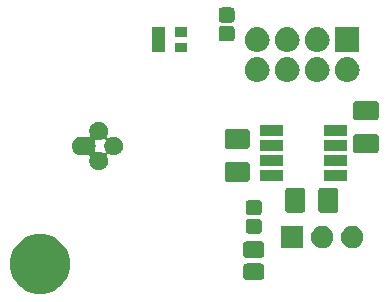
<source format=gbr>
G04 #@! TF.GenerationSoftware,KiCad,Pcbnew,(6.0.0-rc1-dev-1561-g9cac0a38c)*
G04 #@! TF.CreationDate,2019-02-19T10:43:41+01:00
G04 #@! TF.ProjectId,reference_board,72656665-7265-46e6-9365-5f626f617264,v3.1.0*
G04 #@! TF.SameCoordinates,Original*
G04 #@! TF.FileFunction,Soldermask,Top*
G04 #@! TF.FilePolarity,Negative*
%FSLAX46Y46*%
G04 Gerber Fmt 4.6, Leading zero omitted, Abs format (unit mm)*
G04 Created by KiCad (PCBNEW (6.0.0-rc1-dev-1561-g9cac0a38c)) date 2019-02-19T10:43:41 CET*
%MOMM*%
%LPD*%
G04 APERTURE LIST*
%ADD10C,0.100000*%
G04 APERTURE END LIST*
D10*
G36*
X153743807Y-102547995D02*
G01*
X154207877Y-102740219D01*
X154625533Y-103019288D01*
X154980712Y-103374467D01*
X155259781Y-103792123D01*
X155452005Y-104256193D01*
X155550000Y-104748846D01*
X155550000Y-105251154D01*
X155452005Y-105743807D01*
X155259781Y-106207877D01*
X154980712Y-106625533D01*
X154625533Y-106980712D01*
X154207877Y-107259781D01*
X153743807Y-107452005D01*
X153251154Y-107550000D01*
X152748846Y-107550000D01*
X152256193Y-107452005D01*
X151792123Y-107259781D01*
X151374467Y-106980712D01*
X151019288Y-106625533D01*
X150740219Y-106207877D01*
X150547995Y-105743807D01*
X150450000Y-105251154D01*
X150450000Y-104748846D01*
X150547995Y-104256193D01*
X150740219Y-103792123D01*
X151019288Y-103374467D01*
X151374467Y-103019288D01*
X151792123Y-102740219D01*
X152256193Y-102547995D01*
X152748846Y-102450000D01*
X153251154Y-102450000D01*
X153743807Y-102547995D01*
X153743807Y-102547995D01*
G37*
G36*
X171773497Y-104955997D02*
G01*
X171826153Y-104971970D01*
X171874665Y-104997900D01*
X171917196Y-105032804D01*
X171952100Y-105075335D01*
X171978030Y-105123847D01*
X171994003Y-105176503D01*
X172000000Y-105237390D01*
X172000000Y-106037610D01*
X171994003Y-106098497D01*
X171978030Y-106151153D01*
X171952100Y-106199665D01*
X171917196Y-106242196D01*
X171874665Y-106277100D01*
X171826153Y-106303030D01*
X171773497Y-106319003D01*
X171712610Y-106325000D01*
X170487390Y-106325000D01*
X170426503Y-106319003D01*
X170373847Y-106303030D01*
X170325335Y-106277100D01*
X170282804Y-106242196D01*
X170247900Y-106199665D01*
X170221970Y-106151153D01*
X170205997Y-106098497D01*
X170200000Y-106037610D01*
X170200000Y-105237390D01*
X170205997Y-105176503D01*
X170221970Y-105123847D01*
X170247900Y-105075335D01*
X170282804Y-105032804D01*
X170325335Y-104997900D01*
X170373847Y-104971970D01*
X170426503Y-104955997D01*
X170487390Y-104950000D01*
X171712610Y-104950000D01*
X171773497Y-104955997D01*
X171773497Y-104955997D01*
G37*
G36*
X171773497Y-103080997D02*
G01*
X171826153Y-103096970D01*
X171874665Y-103122900D01*
X171917196Y-103157804D01*
X171952100Y-103200335D01*
X171978030Y-103248847D01*
X171994003Y-103301503D01*
X172000000Y-103362390D01*
X172000000Y-104162610D01*
X171994003Y-104223497D01*
X171978030Y-104276153D01*
X171952100Y-104324665D01*
X171917196Y-104367196D01*
X171874665Y-104402100D01*
X171826153Y-104428030D01*
X171773497Y-104444003D01*
X171712610Y-104450000D01*
X170487390Y-104450000D01*
X170426503Y-104444003D01*
X170373847Y-104428030D01*
X170325335Y-104402100D01*
X170282804Y-104367196D01*
X170247900Y-104324665D01*
X170221970Y-104276153D01*
X170205997Y-104223497D01*
X170200000Y-104162610D01*
X170200000Y-103362390D01*
X170205997Y-103301503D01*
X170221970Y-103248847D01*
X170247900Y-103200335D01*
X170282804Y-103157804D01*
X170325335Y-103122900D01*
X170373847Y-103096970D01*
X170426503Y-103080997D01*
X170487390Y-103075000D01*
X171712610Y-103075000D01*
X171773497Y-103080997D01*
X171773497Y-103080997D01*
G37*
G36*
X175310000Y-103650000D02*
G01*
X173410000Y-103650000D01*
X173410000Y-101750000D01*
X175310000Y-101750000D01*
X175310000Y-103650000D01*
X175310000Y-103650000D01*
G37*
G36*
X177039451Y-101759127D02*
G01*
X177177105Y-101786508D01*
X177349994Y-101858121D01*
X177505590Y-101962087D01*
X177637913Y-102094410D01*
X177741879Y-102250006D01*
X177813492Y-102422895D01*
X177850000Y-102606433D01*
X177850000Y-102793567D01*
X177813492Y-102977105D01*
X177741879Y-103149994D01*
X177637913Y-103305590D01*
X177505590Y-103437913D01*
X177349994Y-103541879D01*
X177177105Y-103613492D01*
X177039451Y-103640873D01*
X176993568Y-103650000D01*
X176806432Y-103650000D01*
X176760548Y-103640873D01*
X176622895Y-103613492D01*
X176450006Y-103541879D01*
X176294410Y-103437913D01*
X176162087Y-103305590D01*
X176058121Y-103149994D01*
X175986508Y-102977105D01*
X175950000Y-102793567D01*
X175950000Y-102606433D01*
X175986508Y-102422895D01*
X176058121Y-102250006D01*
X176162087Y-102094410D01*
X176294410Y-101962087D01*
X176450006Y-101858121D01*
X176622895Y-101786508D01*
X176760549Y-101759127D01*
X176806432Y-101750000D01*
X176993568Y-101750000D01*
X177039451Y-101759127D01*
X177039451Y-101759127D01*
G37*
G36*
X179579451Y-101759127D02*
G01*
X179717105Y-101786508D01*
X179889994Y-101858121D01*
X180045590Y-101962087D01*
X180177913Y-102094410D01*
X180281879Y-102250006D01*
X180353492Y-102422895D01*
X180390000Y-102606433D01*
X180390000Y-102793567D01*
X180353492Y-102977105D01*
X180281879Y-103149994D01*
X180177913Y-103305590D01*
X180045590Y-103437913D01*
X179889994Y-103541879D01*
X179717105Y-103613492D01*
X179579451Y-103640873D01*
X179533568Y-103650000D01*
X179346432Y-103650000D01*
X179300548Y-103640873D01*
X179162895Y-103613492D01*
X178990006Y-103541879D01*
X178834410Y-103437913D01*
X178702087Y-103305590D01*
X178598121Y-103149994D01*
X178526508Y-102977105D01*
X178490000Y-102793567D01*
X178490000Y-102606433D01*
X178526508Y-102422895D01*
X178598121Y-102250006D01*
X178702087Y-102094410D01*
X178834410Y-101962087D01*
X178990006Y-101858121D01*
X179162895Y-101786508D01*
X179300549Y-101759127D01*
X179346432Y-101750000D01*
X179533568Y-101750000D01*
X179579451Y-101759127D01*
X179579451Y-101759127D01*
G37*
G36*
X171568622Y-101155517D02*
G01*
X171616585Y-101170066D01*
X171660775Y-101193686D01*
X171699518Y-101225482D01*
X171731314Y-101264225D01*
X171754934Y-101308415D01*
X171769483Y-101356378D01*
X171775000Y-101412391D01*
X171775000Y-102162609D01*
X171769483Y-102218622D01*
X171754934Y-102266585D01*
X171731314Y-102310775D01*
X171699518Y-102349518D01*
X171660775Y-102381314D01*
X171616585Y-102404934D01*
X171568622Y-102419483D01*
X171512609Y-102425000D01*
X170687391Y-102425000D01*
X170631378Y-102419483D01*
X170583415Y-102404934D01*
X170539225Y-102381314D01*
X170500482Y-102349518D01*
X170468686Y-102310775D01*
X170445066Y-102266585D01*
X170430517Y-102218622D01*
X170425000Y-102162609D01*
X170425000Y-101412391D01*
X170430517Y-101356378D01*
X170445066Y-101308415D01*
X170468686Y-101264225D01*
X170500482Y-101225482D01*
X170539225Y-101193686D01*
X170583415Y-101170066D01*
X170631378Y-101155517D01*
X170687391Y-101150000D01*
X171512609Y-101150000D01*
X171568622Y-101155517D01*
X171568622Y-101155517D01*
G37*
G36*
X171568622Y-99580517D02*
G01*
X171616585Y-99595066D01*
X171660775Y-99618686D01*
X171699518Y-99650482D01*
X171731314Y-99689225D01*
X171754934Y-99733415D01*
X171769483Y-99781378D01*
X171775000Y-99837391D01*
X171775000Y-100587609D01*
X171769483Y-100643622D01*
X171754934Y-100691585D01*
X171731314Y-100735775D01*
X171699518Y-100774518D01*
X171660775Y-100806314D01*
X171616585Y-100829934D01*
X171568622Y-100844483D01*
X171512609Y-100850000D01*
X170687391Y-100850000D01*
X170631378Y-100844483D01*
X170583415Y-100829934D01*
X170539225Y-100806314D01*
X170500482Y-100774518D01*
X170468686Y-100735775D01*
X170445066Y-100691585D01*
X170430517Y-100643622D01*
X170425000Y-100587609D01*
X170425000Y-99837391D01*
X170430517Y-99781378D01*
X170445066Y-99733415D01*
X170468686Y-99689225D01*
X170500482Y-99650482D01*
X170539225Y-99618686D01*
X170583415Y-99595066D01*
X170631378Y-99580517D01*
X170687391Y-99575000D01*
X171512609Y-99575000D01*
X171568622Y-99580517D01*
X171568622Y-99580517D01*
G37*
G36*
X175219628Y-98530493D02*
G01*
X175267354Y-98544970D01*
X175311336Y-98568479D01*
X175349885Y-98600115D01*
X175381521Y-98638664D01*
X175405030Y-98682646D01*
X175419507Y-98730372D01*
X175425000Y-98786141D01*
X175425000Y-100413859D01*
X175419507Y-100469628D01*
X175405030Y-100517354D01*
X175381521Y-100561336D01*
X175349885Y-100599885D01*
X175311336Y-100631521D01*
X175267354Y-100655030D01*
X175219628Y-100669507D01*
X175163859Y-100675000D01*
X174036141Y-100675000D01*
X173980372Y-100669507D01*
X173932646Y-100655030D01*
X173888664Y-100631521D01*
X173850115Y-100599885D01*
X173818479Y-100561336D01*
X173794970Y-100517354D01*
X173780493Y-100469628D01*
X173775000Y-100413859D01*
X173775000Y-98786141D01*
X173780493Y-98730372D01*
X173794970Y-98682646D01*
X173818479Y-98638664D01*
X173850115Y-98600115D01*
X173888664Y-98568479D01*
X173932646Y-98544970D01*
X173980372Y-98530493D01*
X174036141Y-98525000D01*
X175163859Y-98525000D01*
X175219628Y-98530493D01*
X175219628Y-98530493D01*
G37*
G36*
X178019628Y-98530493D02*
G01*
X178067354Y-98544970D01*
X178111336Y-98568479D01*
X178149885Y-98600115D01*
X178181521Y-98638664D01*
X178205030Y-98682646D01*
X178219507Y-98730372D01*
X178225000Y-98786141D01*
X178225000Y-100413859D01*
X178219507Y-100469628D01*
X178205030Y-100517354D01*
X178181521Y-100561336D01*
X178149885Y-100599885D01*
X178111336Y-100631521D01*
X178067354Y-100655030D01*
X178019628Y-100669507D01*
X177963859Y-100675000D01*
X176836141Y-100675000D01*
X176780372Y-100669507D01*
X176732646Y-100655030D01*
X176688664Y-100631521D01*
X176650115Y-100599885D01*
X176618479Y-100561336D01*
X176594970Y-100517354D01*
X176580493Y-100469628D01*
X176575000Y-100413859D01*
X176575000Y-98786141D01*
X176580493Y-98730372D01*
X176594970Y-98682646D01*
X176618479Y-98638664D01*
X176650115Y-98600115D01*
X176688664Y-98568479D01*
X176732646Y-98544970D01*
X176780372Y-98530493D01*
X176836141Y-98525000D01*
X177963859Y-98525000D01*
X178019628Y-98530493D01*
X178019628Y-98530493D01*
G37*
G36*
X170569628Y-96380493D02*
G01*
X170617354Y-96394970D01*
X170661336Y-96418479D01*
X170699885Y-96450115D01*
X170731521Y-96488664D01*
X170755030Y-96532646D01*
X170769507Y-96580372D01*
X170775000Y-96636141D01*
X170775000Y-97763859D01*
X170769507Y-97819628D01*
X170755030Y-97867354D01*
X170731521Y-97911336D01*
X170699885Y-97949885D01*
X170661336Y-97981521D01*
X170617354Y-98005030D01*
X170569628Y-98019507D01*
X170513859Y-98025000D01*
X168886141Y-98025000D01*
X168830372Y-98019507D01*
X168782646Y-98005030D01*
X168738664Y-97981521D01*
X168700115Y-97949885D01*
X168668479Y-97911336D01*
X168644970Y-97867354D01*
X168630493Y-97819628D01*
X168625000Y-97763859D01*
X168625000Y-96636141D01*
X168630493Y-96580372D01*
X168644970Y-96532646D01*
X168668479Y-96488664D01*
X168700115Y-96450115D01*
X168738664Y-96418479D01*
X168782646Y-96394970D01*
X168830372Y-96380493D01*
X168886141Y-96375000D01*
X170513859Y-96375000D01*
X170569628Y-96380493D01*
X170569628Y-96380493D01*
G37*
G36*
X173575000Y-98005000D02*
G01*
X171625000Y-98005000D01*
X171625000Y-97005000D01*
X173575000Y-97005000D01*
X173575000Y-98005000D01*
X173575000Y-98005000D01*
G37*
G36*
X178975000Y-98005000D02*
G01*
X177025000Y-98005000D01*
X177025000Y-97005000D01*
X178975000Y-97005000D01*
X178975000Y-98005000D01*
X178975000Y-98005000D01*
G37*
G36*
X158203352Y-92960743D02*
G01*
X158348941Y-93021048D01*
X158479973Y-93108601D01*
X158591399Y-93220027D01*
X158678952Y-93351059D01*
X158739257Y-93496648D01*
X158770000Y-93651205D01*
X158770000Y-93808795D01*
X158739257Y-93963352D01*
X158678952Y-94108941D01*
X158661379Y-94135241D01*
X158649828Y-94156851D01*
X158642715Y-94180300D01*
X158640313Y-94204687D01*
X158642715Y-94229073D01*
X158649828Y-94252522D01*
X158661379Y-94274133D01*
X158676924Y-94293075D01*
X158695867Y-94308621D01*
X158717477Y-94320172D01*
X158740926Y-94327285D01*
X158765313Y-94329687D01*
X158789699Y-94327285D01*
X158813148Y-94320172D01*
X158834759Y-94308621D01*
X158861059Y-94291048D01*
X159006648Y-94230743D01*
X159161205Y-94200000D01*
X159318795Y-94200000D01*
X159473352Y-94230743D01*
X159618941Y-94291048D01*
X159749973Y-94378601D01*
X159861399Y-94490027D01*
X159948952Y-94621059D01*
X160009257Y-94766648D01*
X160040000Y-94921205D01*
X160040000Y-95078795D01*
X160009257Y-95233352D01*
X159948952Y-95378941D01*
X159861399Y-95509973D01*
X159749973Y-95621399D01*
X159618941Y-95708952D01*
X159473352Y-95769257D01*
X159318795Y-95800000D01*
X159161205Y-95800000D01*
X159006648Y-95769257D01*
X158861059Y-95708952D01*
X158834759Y-95691379D01*
X158813149Y-95679828D01*
X158789700Y-95672715D01*
X158765313Y-95670313D01*
X158740927Y-95672715D01*
X158717478Y-95679828D01*
X158695867Y-95691379D01*
X158676925Y-95706924D01*
X158661379Y-95725867D01*
X158649828Y-95747477D01*
X158642715Y-95770926D01*
X158640313Y-95795313D01*
X158642715Y-95819699D01*
X158649828Y-95843148D01*
X158661379Y-95864759D01*
X158678952Y-95891059D01*
X158739257Y-96036648D01*
X158770000Y-96191205D01*
X158770000Y-96348795D01*
X158739257Y-96503352D01*
X158678952Y-96648941D01*
X158591399Y-96779973D01*
X158479973Y-96891399D01*
X158348941Y-96978952D01*
X158203352Y-97039257D01*
X158048795Y-97070000D01*
X157891205Y-97070000D01*
X157736648Y-97039257D01*
X157591059Y-96978952D01*
X157460027Y-96891399D01*
X157348601Y-96779973D01*
X157261048Y-96648941D01*
X157200743Y-96503352D01*
X157170000Y-96348795D01*
X157170000Y-96191205D01*
X157200743Y-96036648D01*
X157237879Y-95946994D01*
X157244992Y-95923545D01*
X157247394Y-95899159D01*
X157244992Y-95874773D01*
X157237879Y-95851323D01*
X157226328Y-95829713D01*
X157210782Y-95810771D01*
X157191840Y-95795225D01*
X157170229Y-95783674D01*
X157146780Y-95776561D01*
X157122394Y-95774159D01*
X157086113Y-95779540D01*
X157056827Y-95788424D01*
X156987775Y-95795225D01*
X156939295Y-95800000D01*
X156460705Y-95800000D01*
X156382351Y-95792283D01*
X156343173Y-95788424D01*
X156267773Y-95765552D01*
X156192371Y-95742679D01*
X156053392Y-95668392D01*
X155931578Y-95568422D01*
X155831608Y-95446608D01*
X155757321Y-95307629D01*
X155719067Y-95181521D01*
X155711576Y-95156827D01*
X155696130Y-95000000D01*
X155711576Y-94843173D01*
X155757321Y-94692372D01*
X155757321Y-94692371D01*
X155790913Y-94629525D01*
X157625823Y-94629525D01*
X157628225Y-94653911D01*
X157640583Y-94688449D01*
X157642678Y-94692368D01*
X157642679Y-94692372D01*
X157688424Y-94843173D01*
X157703870Y-95000000D01*
X157688424Y-95156827D01*
X157680933Y-95181521D01*
X157642678Y-95307632D01*
X157640583Y-95311551D01*
X157631205Y-95334190D01*
X157626425Y-95358223D01*
X157626425Y-95382728D01*
X157631206Y-95406761D01*
X157640583Y-95429400D01*
X157654197Y-95449775D01*
X157671524Y-95467102D01*
X157691899Y-95480715D01*
X157714538Y-95490093D01*
X157738571Y-95494873D01*
X157775209Y-95493073D01*
X157891205Y-95470000D01*
X158048795Y-95470000D01*
X158203352Y-95500743D01*
X158348941Y-95561048D01*
X158375241Y-95578621D01*
X158396851Y-95590172D01*
X158420300Y-95597285D01*
X158444687Y-95599687D01*
X158469073Y-95597285D01*
X158492522Y-95590172D01*
X158514133Y-95578621D01*
X158533075Y-95563076D01*
X158548621Y-95544133D01*
X158560172Y-95522523D01*
X158567285Y-95499074D01*
X158569687Y-95474687D01*
X158567285Y-95450301D01*
X158560172Y-95426852D01*
X158548621Y-95405241D01*
X158531048Y-95378941D01*
X158470743Y-95233352D01*
X158440000Y-95078795D01*
X158440000Y-94921205D01*
X158470743Y-94766648D01*
X158531048Y-94621059D01*
X158548621Y-94594759D01*
X158560172Y-94573149D01*
X158567285Y-94549700D01*
X158569687Y-94525313D01*
X158567285Y-94500927D01*
X158560172Y-94477478D01*
X158548621Y-94455867D01*
X158533076Y-94436925D01*
X158514133Y-94421379D01*
X158492523Y-94409828D01*
X158469074Y-94402715D01*
X158444687Y-94400313D01*
X158420301Y-94402715D01*
X158396852Y-94409828D01*
X158375241Y-94421379D01*
X158348941Y-94438952D01*
X158203352Y-94499257D01*
X158048795Y-94530000D01*
X157891205Y-94530000D01*
X157775209Y-94506927D01*
X157750823Y-94504525D01*
X157726437Y-94506927D01*
X157702987Y-94514040D01*
X157681377Y-94525591D01*
X157662435Y-94541137D01*
X157646889Y-94560079D01*
X157635338Y-94581690D01*
X157628225Y-94605139D01*
X157625823Y-94629525D01*
X155790913Y-94629525D01*
X155831608Y-94553392D01*
X155931578Y-94431578D01*
X156053392Y-94331608D01*
X156192371Y-94257321D01*
X156285493Y-94229073D01*
X156343173Y-94211576D01*
X156382351Y-94207717D01*
X156460705Y-94200000D01*
X156939295Y-94200000D01*
X156986307Y-94204630D01*
X157056827Y-94211576D01*
X157086115Y-94220460D01*
X157110142Y-94225239D01*
X157134646Y-94225239D01*
X157158680Y-94220459D01*
X157181319Y-94211081D01*
X157201693Y-94197467D01*
X157219020Y-94180140D01*
X157232634Y-94159766D01*
X157242012Y-94137127D01*
X157246792Y-94113093D01*
X157246792Y-94088589D01*
X157237879Y-94053006D01*
X157200743Y-93963352D01*
X157170000Y-93808795D01*
X157170000Y-93651205D01*
X157200743Y-93496648D01*
X157261048Y-93351059D01*
X157348601Y-93220027D01*
X157460027Y-93108601D01*
X157591059Y-93021048D01*
X157736648Y-92960743D01*
X157891205Y-92930000D01*
X158048795Y-92930000D01*
X158203352Y-92960743D01*
X158203352Y-92960743D01*
G37*
G36*
X178975000Y-96735000D02*
G01*
X177025000Y-96735000D01*
X177025000Y-95735000D01*
X178975000Y-95735000D01*
X178975000Y-96735000D01*
X178975000Y-96735000D01*
G37*
G36*
X173575000Y-96735000D02*
G01*
X171625000Y-96735000D01*
X171625000Y-95735000D01*
X173575000Y-95735000D01*
X173575000Y-96735000D01*
X173575000Y-96735000D01*
G37*
G36*
X181469628Y-93980493D02*
G01*
X181517354Y-93994970D01*
X181561336Y-94018479D01*
X181599885Y-94050115D01*
X181631521Y-94088664D01*
X181655030Y-94132646D01*
X181669507Y-94180372D01*
X181675000Y-94236141D01*
X181675000Y-95363859D01*
X181669507Y-95419628D01*
X181655030Y-95467354D01*
X181631521Y-95511336D01*
X181599885Y-95549885D01*
X181561336Y-95581521D01*
X181517354Y-95605030D01*
X181469628Y-95619507D01*
X181413859Y-95625000D01*
X179786141Y-95625000D01*
X179730372Y-95619507D01*
X179682646Y-95605030D01*
X179638664Y-95581521D01*
X179600115Y-95549885D01*
X179568479Y-95511336D01*
X179544970Y-95467354D01*
X179530493Y-95419628D01*
X179525000Y-95363859D01*
X179525000Y-94236141D01*
X179530493Y-94180372D01*
X179544970Y-94132646D01*
X179568479Y-94088664D01*
X179600115Y-94050115D01*
X179638664Y-94018479D01*
X179682646Y-93994970D01*
X179730372Y-93980493D01*
X179786141Y-93975000D01*
X181413859Y-93975000D01*
X181469628Y-93980493D01*
X181469628Y-93980493D01*
G37*
G36*
X173575000Y-95465000D02*
G01*
X171625000Y-95465000D01*
X171625000Y-94465000D01*
X173575000Y-94465000D01*
X173575000Y-95465000D01*
X173575000Y-95465000D01*
G37*
G36*
X178975000Y-95465000D02*
G01*
X177025000Y-95465000D01*
X177025000Y-94465000D01*
X178975000Y-94465000D01*
X178975000Y-95465000D01*
X178975000Y-95465000D01*
G37*
G36*
X170569628Y-93580493D02*
G01*
X170617354Y-93594970D01*
X170661336Y-93618479D01*
X170699885Y-93650115D01*
X170731521Y-93688664D01*
X170755030Y-93732646D01*
X170769507Y-93780372D01*
X170775000Y-93836141D01*
X170775000Y-94963859D01*
X170769507Y-95019628D01*
X170755030Y-95067354D01*
X170731521Y-95111336D01*
X170699885Y-95149885D01*
X170661336Y-95181521D01*
X170617354Y-95205030D01*
X170569628Y-95219507D01*
X170513859Y-95225000D01*
X168886141Y-95225000D01*
X168830372Y-95219507D01*
X168782646Y-95205030D01*
X168738664Y-95181521D01*
X168700115Y-95149885D01*
X168668479Y-95111336D01*
X168644970Y-95067354D01*
X168630493Y-95019628D01*
X168625000Y-94963859D01*
X168625000Y-93836141D01*
X168630493Y-93780372D01*
X168644970Y-93732646D01*
X168668479Y-93688664D01*
X168700115Y-93650115D01*
X168738664Y-93618479D01*
X168782646Y-93594970D01*
X168830372Y-93580493D01*
X168886141Y-93575000D01*
X170513859Y-93575000D01*
X170569628Y-93580493D01*
X170569628Y-93580493D01*
G37*
G36*
X178975000Y-94195000D02*
G01*
X177025000Y-94195000D01*
X177025000Y-93195000D01*
X178975000Y-93195000D01*
X178975000Y-94195000D01*
X178975000Y-94195000D01*
G37*
G36*
X173575000Y-94195000D02*
G01*
X171625000Y-94195000D01*
X171625000Y-93195000D01*
X173575000Y-93195000D01*
X173575000Y-94195000D01*
X173575000Y-94195000D01*
G37*
G36*
X181469628Y-91180493D02*
G01*
X181517354Y-91194970D01*
X181561336Y-91218479D01*
X181599885Y-91250115D01*
X181631521Y-91288664D01*
X181655030Y-91332646D01*
X181669507Y-91380372D01*
X181675000Y-91436141D01*
X181675000Y-92563859D01*
X181669507Y-92619628D01*
X181655030Y-92667354D01*
X181631521Y-92711336D01*
X181599885Y-92749885D01*
X181561336Y-92781521D01*
X181517354Y-92805030D01*
X181469628Y-92819507D01*
X181413859Y-92825000D01*
X179786141Y-92825000D01*
X179730372Y-92819507D01*
X179682646Y-92805030D01*
X179638664Y-92781521D01*
X179600115Y-92749885D01*
X179568479Y-92711336D01*
X179544970Y-92667354D01*
X179530493Y-92619628D01*
X179525000Y-92563859D01*
X179525000Y-91436141D01*
X179530493Y-91380372D01*
X179544970Y-91332646D01*
X179568479Y-91288664D01*
X179600115Y-91250115D01*
X179638664Y-91218479D01*
X179682646Y-91194970D01*
X179730372Y-91180493D01*
X179786141Y-91175000D01*
X181413859Y-91175000D01*
X181469628Y-91180493D01*
X181469628Y-91180493D01*
G37*
G36*
X171508707Y-87497597D02*
G01*
X171585836Y-87505193D01*
X171717787Y-87545220D01*
X171783763Y-87565233D01*
X171966172Y-87662733D01*
X172126054Y-87793946D01*
X172257267Y-87953828D01*
X172354767Y-88136237D01*
X172354767Y-88136238D01*
X172414807Y-88334164D01*
X172435080Y-88540000D01*
X172414807Y-88745836D01*
X172374780Y-88877787D01*
X172354767Y-88943763D01*
X172257267Y-89126172D01*
X172126054Y-89286054D01*
X171966172Y-89417267D01*
X171783763Y-89514767D01*
X171717787Y-89534780D01*
X171585836Y-89574807D01*
X171508707Y-89582403D01*
X171431580Y-89590000D01*
X171328420Y-89590000D01*
X171251293Y-89582403D01*
X171174164Y-89574807D01*
X171042213Y-89534780D01*
X170976237Y-89514767D01*
X170793828Y-89417267D01*
X170633946Y-89286054D01*
X170502733Y-89126172D01*
X170405233Y-88943763D01*
X170385220Y-88877787D01*
X170345193Y-88745836D01*
X170324920Y-88540000D01*
X170345193Y-88334164D01*
X170405233Y-88136238D01*
X170405233Y-88136237D01*
X170502733Y-87953828D01*
X170633946Y-87793946D01*
X170793828Y-87662733D01*
X170976237Y-87565233D01*
X171042213Y-87545220D01*
X171174164Y-87505193D01*
X171251293Y-87497597D01*
X171328420Y-87490000D01*
X171431580Y-87490000D01*
X171508707Y-87497597D01*
X171508707Y-87497597D01*
G37*
G36*
X179128707Y-87497597D02*
G01*
X179205836Y-87505193D01*
X179337787Y-87545220D01*
X179403763Y-87565233D01*
X179586172Y-87662733D01*
X179746054Y-87793946D01*
X179877267Y-87953828D01*
X179974767Y-88136237D01*
X179974767Y-88136238D01*
X180034807Y-88334164D01*
X180055080Y-88540000D01*
X180034807Y-88745836D01*
X179994780Y-88877787D01*
X179974767Y-88943763D01*
X179877267Y-89126172D01*
X179746054Y-89286054D01*
X179586172Y-89417267D01*
X179403763Y-89514767D01*
X179337787Y-89534780D01*
X179205836Y-89574807D01*
X179128707Y-89582403D01*
X179051580Y-89590000D01*
X178948420Y-89590000D01*
X178871293Y-89582403D01*
X178794164Y-89574807D01*
X178662213Y-89534780D01*
X178596237Y-89514767D01*
X178413828Y-89417267D01*
X178253946Y-89286054D01*
X178122733Y-89126172D01*
X178025233Y-88943763D01*
X178005220Y-88877787D01*
X177965193Y-88745836D01*
X177944920Y-88540000D01*
X177965193Y-88334164D01*
X178025233Y-88136238D01*
X178025233Y-88136237D01*
X178122733Y-87953828D01*
X178253946Y-87793946D01*
X178413828Y-87662733D01*
X178596237Y-87565233D01*
X178662213Y-87545220D01*
X178794164Y-87505193D01*
X178871293Y-87497597D01*
X178948420Y-87490000D01*
X179051580Y-87490000D01*
X179128707Y-87497597D01*
X179128707Y-87497597D01*
G37*
G36*
X176588707Y-87497597D02*
G01*
X176665836Y-87505193D01*
X176797787Y-87545220D01*
X176863763Y-87565233D01*
X177046172Y-87662733D01*
X177206054Y-87793946D01*
X177337267Y-87953828D01*
X177434767Y-88136237D01*
X177434767Y-88136238D01*
X177494807Y-88334164D01*
X177515080Y-88540000D01*
X177494807Y-88745836D01*
X177454780Y-88877787D01*
X177434767Y-88943763D01*
X177337267Y-89126172D01*
X177206054Y-89286054D01*
X177046172Y-89417267D01*
X176863763Y-89514767D01*
X176797787Y-89534780D01*
X176665836Y-89574807D01*
X176588707Y-89582403D01*
X176511580Y-89590000D01*
X176408420Y-89590000D01*
X176331293Y-89582403D01*
X176254164Y-89574807D01*
X176122213Y-89534780D01*
X176056237Y-89514767D01*
X175873828Y-89417267D01*
X175713946Y-89286054D01*
X175582733Y-89126172D01*
X175485233Y-88943763D01*
X175465220Y-88877787D01*
X175425193Y-88745836D01*
X175404920Y-88540000D01*
X175425193Y-88334164D01*
X175485233Y-88136238D01*
X175485233Y-88136237D01*
X175582733Y-87953828D01*
X175713946Y-87793946D01*
X175873828Y-87662733D01*
X176056237Y-87565233D01*
X176122213Y-87545220D01*
X176254164Y-87505193D01*
X176331293Y-87497597D01*
X176408420Y-87490000D01*
X176511580Y-87490000D01*
X176588707Y-87497597D01*
X176588707Y-87497597D01*
G37*
G36*
X174048707Y-87497597D02*
G01*
X174125836Y-87505193D01*
X174257787Y-87545220D01*
X174323763Y-87565233D01*
X174506172Y-87662733D01*
X174666054Y-87793946D01*
X174797267Y-87953828D01*
X174894767Y-88136237D01*
X174894767Y-88136238D01*
X174954807Y-88334164D01*
X174975080Y-88540000D01*
X174954807Y-88745836D01*
X174914780Y-88877787D01*
X174894767Y-88943763D01*
X174797267Y-89126172D01*
X174666054Y-89286054D01*
X174506172Y-89417267D01*
X174323763Y-89514767D01*
X174257787Y-89534780D01*
X174125836Y-89574807D01*
X174048707Y-89582403D01*
X173971580Y-89590000D01*
X173868420Y-89590000D01*
X173791293Y-89582403D01*
X173714164Y-89574807D01*
X173582213Y-89534780D01*
X173516237Y-89514767D01*
X173333828Y-89417267D01*
X173173946Y-89286054D01*
X173042733Y-89126172D01*
X172945233Y-88943763D01*
X172925220Y-88877787D01*
X172885193Y-88745836D01*
X172864920Y-88540000D01*
X172885193Y-88334164D01*
X172945233Y-88136238D01*
X172945233Y-88136237D01*
X173042733Y-87953828D01*
X173173946Y-87793946D01*
X173333828Y-87662733D01*
X173516237Y-87565233D01*
X173582213Y-87545220D01*
X173714164Y-87505193D01*
X173791293Y-87497597D01*
X173868420Y-87490000D01*
X173971580Y-87490000D01*
X174048707Y-87497597D01*
X174048707Y-87497597D01*
G37*
G36*
X165475000Y-87050000D02*
G01*
X164425000Y-87050000D01*
X164425000Y-86250000D01*
X165475000Y-86250000D01*
X165475000Y-87050000D01*
X165475000Y-87050000D01*
G37*
G36*
X163575000Y-87050000D02*
G01*
X162525000Y-87050000D01*
X162525000Y-84950000D01*
X163575000Y-84950000D01*
X163575000Y-87050000D01*
X163575000Y-87050000D01*
G37*
G36*
X171508707Y-84957597D02*
G01*
X171585836Y-84965193D01*
X171717787Y-85005220D01*
X171783763Y-85025233D01*
X171966172Y-85122733D01*
X172126054Y-85253946D01*
X172257267Y-85413828D01*
X172354767Y-85596237D01*
X172354767Y-85596238D01*
X172414807Y-85794164D01*
X172435080Y-86000000D01*
X172414807Y-86205836D01*
X172401410Y-86250000D01*
X172354767Y-86403763D01*
X172257267Y-86586172D01*
X172126054Y-86746054D01*
X171966172Y-86877267D01*
X171783763Y-86974767D01*
X171717787Y-86994780D01*
X171585836Y-87034807D01*
X171508707Y-87042404D01*
X171431580Y-87050000D01*
X171328420Y-87050000D01*
X171251293Y-87042404D01*
X171174164Y-87034807D01*
X171042213Y-86994780D01*
X170976237Y-86974767D01*
X170793828Y-86877267D01*
X170633946Y-86746054D01*
X170502733Y-86586172D01*
X170405233Y-86403763D01*
X170358590Y-86250000D01*
X170345193Y-86205836D01*
X170324920Y-86000000D01*
X170345193Y-85794164D01*
X170405233Y-85596238D01*
X170405233Y-85596237D01*
X170502733Y-85413828D01*
X170633946Y-85253946D01*
X170793828Y-85122733D01*
X170976237Y-85025233D01*
X171042213Y-85005220D01*
X171174164Y-84965193D01*
X171251293Y-84957597D01*
X171328420Y-84950000D01*
X171431580Y-84950000D01*
X171508707Y-84957597D01*
X171508707Y-84957597D01*
G37*
G36*
X174048707Y-84957597D02*
G01*
X174125836Y-84965193D01*
X174257787Y-85005220D01*
X174323763Y-85025233D01*
X174506172Y-85122733D01*
X174666054Y-85253946D01*
X174797267Y-85413828D01*
X174894767Y-85596237D01*
X174894767Y-85596238D01*
X174954807Y-85794164D01*
X174975080Y-86000000D01*
X174954807Y-86205836D01*
X174941410Y-86250000D01*
X174894767Y-86403763D01*
X174797267Y-86586172D01*
X174666054Y-86746054D01*
X174506172Y-86877267D01*
X174323763Y-86974767D01*
X174257787Y-86994780D01*
X174125836Y-87034807D01*
X174048707Y-87042404D01*
X173971580Y-87050000D01*
X173868420Y-87050000D01*
X173791293Y-87042404D01*
X173714164Y-87034807D01*
X173582213Y-86994780D01*
X173516237Y-86974767D01*
X173333828Y-86877267D01*
X173173946Y-86746054D01*
X173042733Y-86586172D01*
X172945233Y-86403763D01*
X172898590Y-86250000D01*
X172885193Y-86205836D01*
X172864920Y-86000000D01*
X172885193Y-85794164D01*
X172945233Y-85596238D01*
X172945233Y-85596237D01*
X173042733Y-85413828D01*
X173173946Y-85253946D01*
X173333828Y-85122733D01*
X173516237Y-85025233D01*
X173582213Y-85005220D01*
X173714164Y-84965193D01*
X173791293Y-84957597D01*
X173868420Y-84950000D01*
X173971580Y-84950000D01*
X174048707Y-84957597D01*
X174048707Y-84957597D01*
G37*
G36*
X176588707Y-84957597D02*
G01*
X176665836Y-84965193D01*
X176797787Y-85005220D01*
X176863763Y-85025233D01*
X177046172Y-85122733D01*
X177206054Y-85253946D01*
X177337267Y-85413828D01*
X177434767Y-85596237D01*
X177434767Y-85596238D01*
X177494807Y-85794164D01*
X177515080Y-86000000D01*
X177494807Y-86205836D01*
X177481410Y-86250000D01*
X177434767Y-86403763D01*
X177337267Y-86586172D01*
X177206054Y-86746054D01*
X177046172Y-86877267D01*
X176863763Y-86974767D01*
X176797787Y-86994780D01*
X176665836Y-87034807D01*
X176588707Y-87042404D01*
X176511580Y-87050000D01*
X176408420Y-87050000D01*
X176331293Y-87042404D01*
X176254164Y-87034807D01*
X176122213Y-86994780D01*
X176056237Y-86974767D01*
X175873828Y-86877267D01*
X175713946Y-86746054D01*
X175582733Y-86586172D01*
X175485233Y-86403763D01*
X175438590Y-86250000D01*
X175425193Y-86205836D01*
X175404920Y-86000000D01*
X175425193Y-85794164D01*
X175485233Y-85596238D01*
X175485233Y-85596237D01*
X175582733Y-85413828D01*
X175713946Y-85253946D01*
X175873828Y-85122733D01*
X176056237Y-85025233D01*
X176122213Y-85005220D01*
X176254164Y-84965193D01*
X176331293Y-84957597D01*
X176408420Y-84950000D01*
X176511580Y-84950000D01*
X176588707Y-84957597D01*
X176588707Y-84957597D01*
G37*
G36*
X180050000Y-87050000D02*
G01*
X177950000Y-87050000D01*
X177950000Y-84950000D01*
X180050000Y-84950000D01*
X180050000Y-87050000D01*
X180050000Y-87050000D01*
G37*
G36*
X169268622Y-84855517D02*
G01*
X169316585Y-84870066D01*
X169360775Y-84893686D01*
X169399518Y-84925482D01*
X169431314Y-84964225D01*
X169454934Y-85008415D01*
X169469483Y-85056378D01*
X169475000Y-85112391D01*
X169475000Y-85862609D01*
X169469483Y-85918622D01*
X169454934Y-85966585D01*
X169431314Y-86010775D01*
X169399518Y-86049518D01*
X169360775Y-86081314D01*
X169316585Y-86104934D01*
X169268622Y-86119483D01*
X169212609Y-86125000D01*
X168387391Y-86125000D01*
X168331378Y-86119483D01*
X168283415Y-86104934D01*
X168239225Y-86081314D01*
X168200482Y-86049518D01*
X168168686Y-86010775D01*
X168145066Y-85966585D01*
X168130517Y-85918622D01*
X168125000Y-85862609D01*
X168125000Y-85112391D01*
X168130517Y-85056378D01*
X168145066Y-85008415D01*
X168168686Y-84964225D01*
X168200482Y-84925482D01*
X168239225Y-84893686D01*
X168283415Y-84870066D01*
X168331378Y-84855517D01*
X168387391Y-84850000D01*
X169212609Y-84850000D01*
X169268622Y-84855517D01*
X169268622Y-84855517D01*
G37*
G36*
X165475000Y-85750000D02*
G01*
X164425000Y-85750000D01*
X164425000Y-84950000D01*
X165475000Y-84950000D01*
X165475000Y-85750000D01*
X165475000Y-85750000D01*
G37*
G36*
X169268622Y-83280517D02*
G01*
X169316585Y-83295066D01*
X169360775Y-83318686D01*
X169399518Y-83350482D01*
X169431314Y-83389225D01*
X169454934Y-83433415D01*
X169469483Y-83481378D01*
X169475000Y-83537391D01*
X169475000Y-84287609D01*
X169469483Y-84343622D01*
X169454934Y-84391585D01*
X169431314Y-84435775D01*
X169399518Y-84474518D01*
X169360775Y-84506314D01*
X169316585Y-84529934D01*
X169268622Y-84544483D01*
X169212609Y-84550000D01*
X168387391Y-84550000D01*
X168331378Y-84544483D01*
X168283415Y-84529934D01*
X168239225Y-84506314D01*
X168200482Y-84474518D01*
X168168686Y-84435775D01*
X168145066Y-84391585D01*
X168130517Y-84343622D01*
X168125000Y-84287609D01*
X168125000Y-83537391D01*
X168130517Y-83481378D01*
X168145066Y-83433415D01*
X168168686Y-83389225D01*
X168200482Y-83350482D01*
X168239225Y-83318686D01*
X168283415Y-83295066D01*
X168331378Y-83280517D01*
X168387391Y-83275000D01*
X169212609Y-83275000D01*
X169268622Y-83280517D01*
X169268622Y-83280517D01*
G37*
M02*

</source>
